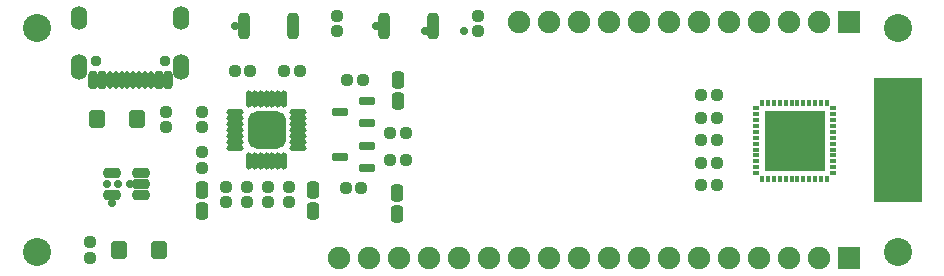
<source format=gts>
G04*
G04 #@! TF.GenerationSoftware,Altium Limited,Altium Designer,23.1.1 (15)*
G04*
G04 Layer_Color=8388736*
%FSLAX26Y26*%
%MOIN*%
G70*
G04*
G04 #@! TF.SameCoordinates,D0E4B440-4BE9-487C-8C21-8B387810EFB0*
G04*
G04*
G04 #@! TF.FilePolarity,Negative*
G04*
G01*
G75*
%ADD32R,0.160000X0.415000*%
G04:AMPARAMS|DCode=33|XSize=86.74mil|YSize=39.496mil|CornerRadius=11.874mil|HoleSize=0mil|Usage=FLASHONLY|Rotation=90.000|XOffset=0mil|YOffset=0mil|HoleType=Round|Shape=RoundedRectangle|*
%AMROUNDEDRECTD33*
21,1,0.086740,0.015748,0,0,90.0*
21,1,0.062992,0.039496,0,0,90.0*
1,1,0.023748,0.007874,0.031496*
1,1,0.023748,0.007874,-0.031496*
1,1,0.023748,-0.007874,-0.031496*
1,1,0.023748,-0.007874,0.031496*
%
%ADD33ROUNDEDRECTD33*%
G04:AMPARAMS|DCode=34|XSize=57.213mil|YSize=33.591mil|CornerRadius=10.398mil|HoleSize=0mil|Usage=FLASHONLY|Rotation=180.000|XOffset=0mil|YOffset=0mil|HoleType=Round|Shape=RoundedRectangle|*
%AMROUNDEDRECTD34*
21,1,0.057213,0.012795,0,0,180.0*
21,1,0.036417,0.033591,0,0,180.0*
1,1,0.020795,-0.018209,0.006398*
1,1,0.020795,0.018209,0.006398*
1,1,0.020795,0.018209,-0.006398*
1,1,0.020795,-0.018209,-0.006398*
%
%ADD34ROUNDEDRECTD34*%
G04:AMPARAMS|DCode=35|XSize=39.496mil|YSize=78.866mil|CornerRadius=11.874mil|HoleSize=0mil|Usage=FLASHONLY|Rotation=270.000|XOffset=0mil|YOffset=0mil|HoleType=Round|Shape=RoundedRectangle|*
%AMROUNDEDRECTD35*
21,1,0.039496,0.055118,0,0,270.0*
21,1,0.015748,0.078866,0,0,270.0*
1,1,0.023748,-0.027559,-0.007874*
1,1,0.023748,-0.027559,0.007874*
1,1,0.023748,0.027559,0.007874*
1,1,0.023748,0.027559,-0.007874*
%
%ADD35ROUNDEDRECTD35*%
%ADD36R,0.017843X0.023748*%
%ADD37R,0.023748X0.017843*%
%ADD38R,0.202882X0.202882*%
G04:AMPARAMS|DCode=39|XSize=38mil|YSize=38mil|CornerRadius=11.5mil|HoleSize=0mil|Usage=FLASHONLY|Rotation=180.000|XOffset=0mil|YOffset=0mil|HoleType=Round|Shape=RoundedRectangle|*
%AMROUNDEDRECTD39*
21,1,0.038000,0.015000,0,0,180.0*
21,1,0.015000,0.038000,0,0,180.0*
1,1,0.023000,-0.007500,0.007500*
1,1,0.023000,0.007500,0.007500*
1,1,0.023000,0.007500,-0.007500*
1,1,0.023000,-0.007500,-0.007500*
%
%ADD39ROUNDEDRECTD39*%
G04:AMPARAMS|DCode=40|XSize=58mil|YSize=43mil|CornerRadius=12.75mil|HoleSize=0mil|Usage=FLASHONLY|Rotation=90.000|XOffset=0mil|YOffset=0mil|HoleType=Round|Shape=RoundedRectangle|*
%AMROUNDEDRECTD40*
21,1,0.058000,0.017500,0,0,90.0*
21,1,0.032500,0.043000,0,0,90.0*
1,1,0.025500,0.008750,0.016250*
1,1,0.025500,0.008750,-0.016250*
1,1,0.025500,-0.008750,-0.016250*
1,1,0.025500,-0.008750,0.016250*
%
%ADD40ROUNDEDRECTD40*%
G04:AMPARAMS|DCode=41|XSize=19.811mil|YSize=59.181mil|CornerRadius=6.953mil|HoleSize=0mil|Usage=FLASHONLY|Rotation=180.000|XOffset=0mil|YOffset=0mil|HoleType=Round|Shape=RoundedRectangle|*
%AMROUNDEDRECTD41*
21,1,0.019811,0.045275,0,0,180.0*
21,1,0.005905,0.059181,0,0,180.0*
1,1,0.013906,-0.002953,0.022638*
1,1,0.013906,0.002953,0.022638*
1,1,0.013906,0.002953,-0.022638*
1,1,0.013906,-0.002953,-0.022638*
%
%ADD41ROUNDEDRECTD41*%
G04:AMPARAMS|DCode=42|XSize=31.622mil|YSize=59.181mil|CornerRadius=9.906mil|HoleSize=0mil|Usage=FLASHONLY|Rotation=180.000|XOffset=0mil|YOffset=0mil|HoleType=Round|Shape=RoundedRectangle|*
%AMROUNDEDRECTD42*
21,1,0.031622,0.039370,0,0,180.0*
21,1,0.011811,0.059181,0,0,180.0*
1,1,0.019811,-0.005906,0.019685*
1,1,0.019811,0.005906,0.019685*
1,1,0.019811,0.005906,-0.019685*
1,1,0.019811,-0.005906,-0.019685*
%
%ADD42ROUNDEDRECTD42*%
G04:AMPARAMS|DCode=43|XSize=38mil|YSize=38mil|CornerRadius=11.5mil|HoleSize=0mil|Usage=FLASHONLY|Rotation=90.000|XOffset=0mil|YOffset=0mil|HoleType=Round|Shape=RoundedRectangle|*
%AMROUNDEDRECTD43*
21,1,0.038000,0.015000,0,0,90.0*
21,1,0.015000,0.038000,0,0,90.0*
1,1,0.023000,0.007500,0.007500*
1,1,0.023000,0.007500,-0.007500*
1,1,0.023000,-0.007500,-0.007500*
1,1,0.023000,-0.007500,0.007500*
%
%ADD43ROUNDEDRECTD43*%
G04:AMPARAMS|DCode=44|XSize=55.244mil|YSize=63.118mil|CornerRadius=15.811mil|HoleSize=0mil|Usage=FLASHONLY|Rotation=0.000|XOffset=0mil|YOffset=0mil|HoleType=Round|Shape=RoundedRectangle|*
%AMROUNDEDRECTD44*
21,1,0.055244,0.031496,0,0,0.0*
21,1,0.023622,0.063118,0,0,0.0*
1,1,0.031622,0.011811,-0.015748*
1,1,0.031622,-0.011811,-0.015748*
1,1,0.031622,-0.011811,0.015748*
1,1,0.031622,0.011811,0.015748*
%
%ADD44ROUNDEDRECTD44*%
G04:AMPARAMS|DCode=45|XSize=27.685mil|YSize=55.244mil|CornerRadius=8.921mil|HoleSize=0mil|Usage=FLASHONLY|Rotation=270.000|XOffset=0mil|YOffset=0mil|HoleType=Round|Shape=RoundedRectangle|*
%AMROUNDEDRECTD45*
21,1,0.027685,0.037402,0,0,270.0*
21,1,0.009843,0.055244,0,0,270.0*
1,1,0.017842,-0.018701,-0.004921*
1,1,0.017842,-0.018701,0.004921*
1,1,0.017842,0.018701,0.004921*
1,1,0.017842,0.018701,-0.004921*
%
%ADD45ROUNDEDRECTD45*%
G04:AMPARAMS|DCode=46|XSize=127.291mil|YSize=127.291mil|CornerRadius=33.823mil|HoleSize=0mil|Usage=FLASHONLY|Rotation=0.000|XOffset=0mil|YOffset=0mil|HoleType=Round|Shape=RoundedRectangle|*
%AMROUNDEDRECTD46*
21,1,0.127291,0.059646,0,0,0.0*
21,1,0.059646,0.127291,0,0,0.0*
1,1,0.067646,0.029823,-0.029823*
1,1,0.067646,-0.029823,-0.029823*
1,1,0.067646,-0.029823,0.029823*
1,1,0.067646,0.029823,0.029823*
%
%ADD46ROUNDEDRECTD46*%
G04:AMPARAMS|DCode=47|XSize=17.843mil|YSize=58mil|CornerRadius=6.461mil|HoleSize=0mil|Usage=FLASHONLY|Rotation=0.000|XOffset=0mil|YOffset=0mil|HoleType=Round|Shape=RoundedRectangle|*
%AMROUNDEDRECTD47*
21,1,0.017843,0.045079,0,0,0.0*
21,1,0.004921,0.058000,0,0,0.0*
1,1,0.012921,0.002461,-0.022539*
1,1,0.012921,-0.002461,-0.022539*
1,1,0.012921,-0.002461,0.022539*
1,1,0.012921,0.002461,0.022539*
%
%ADD47ROUNDEDRECTD47*%
G04:AMPARAMS|DCode=48|XSize=17.843mil|YSize=58mil|CornerRadius=6.461mil|HoleSize=0mil|Usage=FLASHONLY|Rotation=90.000|XOffset=0mil|YOffset=0mil|HoleType=Round|Shape=RoundedRectangle|*
%AMROUNDEDRECTD48*
21,1,0.017843,0.045079,0,0,90.0*
21,1,0.004921,0.058000,0,0,90.0*
1,1,0.012921,0.022539,0.002461*
1,1,0.012921,0.022539,-0.002461*
1,1,0.012921,-0.022539,-0.002461*
1,1,0.012921,-0.022539,0.002461*
%
%ADD48ROUNDEDRECTD48*%
%ADD49C,0.093630*%
%ADD50C,0.074929*%
%ADD51R,0.074929X0.074929*%
%ADD52O,0.055244X0.086740*%
%ADD53C,0.037528*%
%ADD54O,0.055244X0.078866*%
%ADD55C,0.027685*%
D32*
X2950000Y-455000D02*
D03*
D33*
X769646Y-75000D02*
D03*
X935000D02*
D03*
X1237323D02*
D03*
X1402677D02*
D03*
D34*
X429213Y-637008D02*
D03*
Y-600000D02*
D03*
Y-562992D02*
D03*
X330787D02*
D03*
Y-637008D02*
D03*
D35*
X2950000Y-555453D02*
D03*
Y-354547D02*
D03*
D36*
X2714606Y-328709D02*
D03*
X2694921D02*
D03*
X2675236D02*
D03*
X2655551D02*
D03*
X2635866D02*
D03*
X2616181D02*
D03*
X2596496D02*
D03*
X2576811D02*
D03*
X2557126D02*
D03*
X2537441D02*
D03*
X2517756D02*
D03*
X2498071D02*
D03*
Y-582646D02*
D03*
X2517756D02*
D03*
X2537441D02*
D03*
X2557126D02*
D03*
X2576811D02*
D03*
X2596496D02*
D03*
X2616181D02*
D03*
X2635866D02*
D03*
X2655551D02*
D03*
X2675236D02*
D03*
X2694921D02*
D03*
X2714606D02*
D03*
D37*
X2479370Y-347409D02*
D03*
Y-367094D02*
D03*
Y-386779D02*
D03*
Y-406464D02*
D03*
Y-426149D02*
D03*
Y-445835D02*
D03*
Y-465520D02*
D03*
Y-485205D02*
D03*
Y-504890D02*
D03*
Y-524575D02*
D03*
Y-544260D02*
D03*
Y-563945D02*
D03*
X2733307D02*
D03*
Y-544260D02*
D03*
Y-524575D02*
D03*
Y-504890D02*
D03*
Y-485205D02*
D03*
Y-465520D02*
D03*
Y-445835D02*
D03*
Y-426149D02*
D03*
Y-406464D02*
D03*
Y-386779D02*
D03*
Y-367094D02*
D03*
Y-347409D02*
D03*
D38*
X2606339Y-455677D02*
D03*
D39*
X1259413Y-429997D02*
D03*
X1310594D02*
D03*
X1258819Y-520000D02*
D03*
X1310000D02*
D03*
X792084Y-225004D02*
D03*
X957084D02*
D03*
X905902D02*
D03*
X2295315Y-305000D02*
D03*
X2346496D02*
D03*
Y-380000D02*
D03*
X2295315D02*
D03*
X2346496Y-529998D02*
D03*
X2346499Y-604997D02*
D03*
X2295315Y-454999D02*
D03*
Y-529998D02*
D03*
X2346496Y-454999D02*
D03*
X2295318Y-604997D02*
D03*
X1110315Y-615000D02*
D03*
X1161496D02*
D03*
X740902Y-225004D02*
D03*
X1167090Y-254997D02*
D03*
X1115909D02*
D03*
D40*
X1279744Y-699995D02*
D03*
Y-629995D02*
D03*
X1284744Y-324995D02*
D03*
Y-254995D02*
D03*
X1001496Y-620000D02*
D03*
Y-690000D02*
D03*
X631752Y-690005D02*
D03*
Y-620005D02*
D03*
D41*
X422246Y-252890D02*
D03*
X441926D02*
D03*
X461616Y-252930D02*
D03*
X343516D02*
D03*
X382876Y-252890D02*
D03*
X363186D02*
D03*
X323816D02*
D03*
X402556D02*
D03*
D42*
X487204D02*
D03*
X518701D02*
D03*
X298228Y-252900D02*
D03*
X266732Y-252890D02*
D03*
D43*
X256499Y-794413D02*
D03*
Y-845594D02*
D03*
X1551499Y-39413D02*
D03*
Y-90594D02*
D03*
X631499Y-494413D02*
D03*
Y-545594D02*
D03*
X511493Y-410588D02*
D03*
Y-359406D02*
D03*
X711493Y-660588D02*
D03*
X781493D02*
D03*
Y-609407D02*
D03*
X711493D02*
D03*
X921499Y-660594D02*
D03*
X851499D02*
D03*
X921499Y-609413D02*
D03*
X851499D02*
D03*
X631499Y-410594D02*
D03*
Y-359413D02*
D03*
X1081496Y-38819D02*
D03*
Y-90000D02*
D03*
D44*
X354567Y-820000D02*
D03*
X488425D02*
D03*
X281496Y-385000D02*
D03*
X415354D02*
D03*
D45*
X1181496Y-397402D02*
D03*
X1091496Y-510000D02*
D03*
X1181496Y-547402D02*
D03*
Y-472599D02*
D03*
Y-322599D02*
D03*
X1091496Y-360000D02*
D03*
D46*
X846496Y-420000D02*
D03*
D47*
X787441Y-316260D02*
D03*
X807126D02*
D03*
X826811D02*
D03*
X846496D02*
D03*
X866181D02*
D03*
X885866D02*
D03*
X905551D02*
D03*
Y-523740D02*
D03*
X885866D02*
D03*
X866181D02*
D03*
X846496D02*
D03*
X826811D02*
D03*
X807126D02*
D03*
X787441D02*
D03*
D48*
X950236Y-380630D02*
D03*
Y-400315D02*
D03*
Y-420000D02*
D03*
Y-439685D02*
D03*
Y-459370D02*
D03*
Y-479055D02*
D03*
X742756D02*
D03*
Y-459370D02*
D03*
Y-439685D02*
D03*
Y-420000D02*
D03*
Y-400315D02*
D03*
Y-380630D02*
D03*
Y-360945D02*
D03*
X950236D02*
D03*
D49*
X2951811Y-79685D02*
D03*
Y-827717D02*
D03*
X79685D02*
D03*
Y-79685D02*
D03*
D50*
X2286496Y-60000D02*
D03*
X1886496D02*
D03*
X1786496D02*
D03*
X1986496D02*
D03*
X2086496D02*
D03*
X2186496D02*
D03*
X1686496D02*
D03*
X2386496D02*
D03*
X2486496D02*
D03*
X2586496D02*
D03*
X2686496D02*
D03*
X1786496Y-847402D02*
D03*
X1686496D02*
D03*
X1586496D02*
D03*
X1386496D02*
D03*
X1886496D02*
D03*
X1486496D02*
D03*
X1986496D02*
D03*
X2086496D02*
D03*
X2186496D02*
D03*
X2286496D02*
D03*
X2686496D02*
D03*
X2586496D02*
D03*
X2486496D02*
D03*
X2386496D02*
D03*
X1286496D02*
D03*
X1186496D02*
D03*
X1086496D02*
D03*
D51*
X2786496Y-60000D02*
D03*
Y-847402D02*
D03*
D52*
X222636Y-210870D02*
D03*
X562796D02*
D03*
D53*
X278936Y-190000D02*
D03*
X506496D02*
D03*
D54*
X222636Y-46300D02*
D03*
X562796D02*
D03*
D55*
X1210000Y-75000D02*
D03*
X1375000Y-90000D02*
D03*
X1504406Y-90594D02*
D03*
X740000Y-75000D02*
D03*
X390000Y-600000D02*
D03*
X350000D02*
D03*
X315000D02*
D03*
X330000Y-665000D02*
D03*
M02*

</source>
